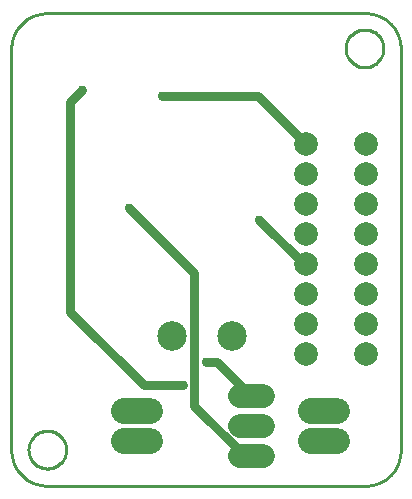
<source format=gbl>
G04 EAGLE Gerber RS-274X export*
G75*
%MOMM*%
%FSLAX34Y34*%
%LPD*%
%INBottom layer*%
%IPPOS*%
%AMOC8*
5,1,8,0,0,1.08239X$1,22.5*%
G01*
%ADD10C,0.000000*%
%ADD11C,0.001000*%
%ADD12C,2.200000*%
%ADD13C,2.000000*%
%ADD14C,2.500000*%
%ADD15C,2.000000*%
%ADD16C,0.756400*%
%ADD17C,0.750000*%
%ADD18C,0.254000*%


D10*
X283050Y370160D02*
X283055Y370553D01*
X283069Y370945D01*
X283093Y371337D01*
X283127Y371728D01*
X283170Y372119D01*
X283223Y372508D01*
X283286Y372895D01*
X283357Y373281D01*
X283439Y373666D01*
X283529Y374048D01*
X283630Y374427D01*
X283739Y374805D01*
X283858Y375179D01*
X283985Y375550D01*
X284122Y375918D01*
X284268Y376283D01*
X284423Y376644D01*
X284586Y377001D01*
X284758Y377354D01*
X284939Y377702D01*
X285129Y378046D01*
X285326Y378386D01*
X285532Y378720D01*
X285746Y379049D01*
X285969Y379373D01*
X286199Y379691D01*
X286436Y380004D01*
X286682Y380310D01*
X286935Y380611D01*
X287195Y380905D01*
X287462Y381193D01*
X287736Y381474D01*
X288017Y381748D01*
X288305Y382015D01*
X288599Y382275D01*
X288900Y382528D01*
X289206Y382774D01*
X289519Y383011D01*
X289837Y383241D01*
X290161Y383464D01*
X290490Y383678D01*
X290824Y383884D01*
X291164Y384081D01*
X291508Y384271D01*
X291856Y384452D01*
X292209Y384624D01*
X292566Y384787D01*
X292927Y384942D01*
X293292Y385088D01*
X293660Y385225D01*
X294031Y385352D01*
X294405Y385471D01*
X294783Y385580D01*
X295162Y385681D01*
X295544Y385771D01*
X295929Y385853D01*
X296315Y385924D01*
X296702Y385987D01*
X297091Y386040D01*
X297482Y386083D01*
X297873Y386117D01*
X298265Y386141D01*
X298657Y386155D01*
X299050Y386160D01*
X299443Y386155D01*
X299835Y386141D01*
X300227Y386117D01*
X300618Y386083D01*
X301009Y386040D01*
X301398Y385987D01*
X301785Y385924D01*
X302171Y385853D01*
X302556Y385771D01*
X302938Y385681D01*
X303317Y385580D01*
X303695Y385471D01*
X304069Y385352D01*
X304440Y385225D01*
X304808Y385088D01*
X305173Y384942D01*
X305534Y384787D01*
X305891Y384624D01*
X306244Y384452D01*
X306592Y384271D01*
X306936Y384081D01*
X307276Y383884D01*
X307610Y383678D01*
X307939Y383464D01*
X308263Y383241D01*
X308581Y383011D01*
X308894Y382774D01*
X309200Y382528D01*
X309501Y382275D01*
X309795Y382015D01*
X310083Y381748D01*
X310364Y381474D01*
X310638Y381193D01*
X310905Y380905D01*
X311165Y380611D01*
X311418Y380310D01*
X311664Y380004D01*
X311901Y379691D01*
X312131Y379373D01*
X312354Y379049D01*
X312568Y378720D01*
X312774Y378386D01*
X312971Y378046D01*
X313161Y377702D01*
X313342Y377354D01*
X313514Y377001D01*
X313677Y376644D01*
X313832Y376283D01*
X313978Y375918D01*
X314115Y375550D01*
X314242Y375179D01*
X314361Y374805D01*
X314470Y374427D01*
X314571Y374048D01*
X314661Y373666D01*
X314743Y373281D01*
X314814Y372895D01*
X314877Y372508D01*
X314930Y372119D01*
X314973Y371728D01*
X315007Y371337D01*
X315031Y370945D01*
X315045Y370553D01*
X315050Y370160D01*
X315045Y369767D01*
X315031Y369375D01*
X315007Y368983D01*
X314973Y368592D01*
X314930Y368201D01*
X314877Y367812D01*
X314814Y367425D01*
X314743Y367039D01*
X314661Y366654D01*
X314571Y366272D01*
X314470Y365893D01*
X314361Y365515D01*
X314242Y365141D01*
X314115Y364770D01*
X313978Y364402D01*
X313832Y364037D01*
X313677Y363676D01*
X313514Y363319D01*
X313342Y362966D01*
X313161Y362618D01*
X312971Y362274D01*
X312774Y361934D01*
X312568Y361600D01*
X312354Y361271D01*
X312131Y360947D01*
X311901Y360629D01*
X311664Y360316D01*
X311418Y360010D01*
X311165Y359709D01*
X310905Y359415D01*
X310638Y359127D01*
X310364Y358846D01*
X310083Y358572D01*
X309795Y358305D01*
X309501Y358045D01*
X309200Y357792D01*
X308894Y357546D01*
X308581Y357309D01*
X308263Y357079D01*
X307939Y356856D01*
X307610Y356642D01*
X307276Y356436D01*
X306936Y356239D01*
X306592Y356049D01*
X306244Y355868D01*
X305891Y355696D01*
X305534Y355533D01*
X305173Y355378D01*
X304808Y355232D01*
X304440Y355095D01*
X304069Y354968D01*
X303695Y354849D01*
X303317Y354740D01*
X302938Y354639D01*
X302556Y354549D01*
X302171Y354467D01*
X301785Y354396D01*
X301398Y354333D01*
X301009Y354280D01*
X300618Y354237D01*
X300227Y354203D01*
X299835Y354179D01*
X299443Y354165D01*
X299050Y354160D01*
X298657Y354165D01*
X298265Y354179D01*
X297873Y354203D01*
X297482Y354237D01*
X297091Y354280D01*
X296702Y354333D01*
X296315Y354396D01*
X295929Y354467D01*
X295544Y354549D01*
X295162Y354639D01*
X294783Y354740D01*
X294405Y354849D01*
X294031Y354968D01*
X293660Y355095D01*
X293292Y355232D01*
X292927Y355378D01*
X292566Y355533D01*
X292209Y355696D01*
X291856Y355868D01*
X291508Y356049D01*
X291164Y356239D01*
X290824Y356436D01*
X290490Y356642D01*
X290161Y356856D01*
X289837Y357079D01*
X289519Y357309D01*
X289206Y357546D01*
X288900Y357792D01*
X288599Y358045D01*
X288305Y358305D01*
X288017Y358572D01*
X287736Y358846D01*
X287462Y359127D01*
X287195Y359415D01*
X286935Y359709D01*
X286682Y360010D01*
X286436Y360316D01*
X286199Y360629D01*
X285969Y360947D01*
X285746Y361271D01*
X285532Y361600D01*
X285326Y361934D01*
X285129Y362274D01*
X284939Y362618D01*
X284758Y362966D01*
X284586Y363319D01*
X284423Y363676D01*
X284268Y364037D01*
X284122Y364402D01*
X283985Y364770D01*
X283858Y365141D01*
X283739Y365515D01*
X283630Y365893D01*
X283529Y366272D01*
X283439Y366654D01*
X283357Y367039D01*
X283286Y367425D01*
X283223Y367812D01*
X283170Y368201D01*
X283127Y368592D01*
X283093Y368983D01*
X283069Y369375D01*
X283055Y369767D01*
X283050Y370160D01*
X14480Y30480D02*
X14485Y30873D01*
X14499Y31265D01*
X14523Y31657D01*
X14557Y32048D01*
X14600Y32439D01*
X14653Y32828D01*
X14716Y33215D01*
X14787Y33601D01*
X14869Y33986D01*
X14959Y34368D01*
X15060Y34747D01*
X15169Y35125D01*
X15288Y35499D01*
X15415Y35870D01*
X15552Y36238D01*
X15698Y36603D01*
X15853Y36964D01*
X16016Y37321D01*
X16188Y37674D01*
X16369Y38022D01*
X16559Y38366D01*
X16756Y38706D01*
X16962Y39040D01*
X17176Y39369D01*
X17399Y39693D01*
X17629Y40011D01*
X17866Y40324D01*
X18112Y40630D01*
X18365Y40931D01*
X18625Y41225D01*
X18892Y41513D01*
X19166Y41794D01*
X19447Y42068D01*
X19735Y42335D01*
X20029Y42595D01*
X20330Y42848D01*
X20636Y43094D01*
X20949Y43331D01*
X21267Y43561D01*
X21591Y43784D01*
X21920Y43998D01*
X22254Y44204D01*
X22594Y44401D01*
X22938Y44591D01*
X23286Y44772D01*
X23639Y44944D01*
X23996Y45107D01*
X24357Y45262D01*
X24722Y45408D01*
X25090Y45545D01*
X25461Y45672D01*
X25835Y45791D01*
X26213Y45900D01*
X26592Y46001D01*
X26974Y46091D01*
X27359Y46173D01*
X27745Y46244D01*
X28132Y46307D01*
X28521Y46360D01*
X28912Y46403D01*
X29303Y46437D01*
X29695Y46461D01*
X30087Y46475D01*
X30480Y46480D01*
X30873Y46475D01*
X31265Y46461D01*
X31657Y46437D01*
X32048Y46403D01*
X32439Y46360D01*
X32828Y46307D01*
X33215Y46244D01*
X33601Y46173D01*
X33986Y46091D01*
X34368Y46001D01*
X34747Y45900D01*
X35125Y45791D01*
X35499Y45672D01*
X35870Y45545D01*
X36238Y45408D01*
X36603Y45262D01*
X36964Y45107D01*
X37321Y44944D01*
X37674Y44772D01*
X38022Y44591D01*
X38366Y44401D01*
X38706Y44204D01*
X39040Y43998D01*
X39369Y43784D01*
X39693Y43561D01*
X40011Y43331D01*
X40324Y43094D01*
X40630Y42848D01*
X40931Y42595D01*
X41225Y42335D01*
X41513Y42068D01*
X41794Y41794D01*
X42068Y41513D01*
X42335Y41225D01*
X42595Y40931D01*
X42848Y40630D01*
X43094Y40324D01*
X43331Y40011D01*
X43561Y39693D01*
X43784Y39369D01*
X43998Y39040D01*
X44204Y38706D01*
X44401Y38366D01*
X44591Y38022D01*
X44772Y37674D01*
X44944Y37321D01*
X45107Y36964D01*
X45262Y36603D01*
X45408Y36238D01*
X45545Y35870D01*
X45672Y35499D01*
X45791Y35125D01*
X45900Y34747D01*
X46001Y34368D01*
X46091Y33986D01*
X46173Y33601D01*
X46244Y33215D01*
X46307Y32828D01*
X46360Y32439D01*
X46403Y32048D01*
X46437Y31657D01*
X46461Y31265D01*
X46475Y30873D01*
X46480Y30480D01*
X46475Y30087D01*
X46461Y29695D01*
X46437Y29303D01*
X46403Y28912D01*
X46360Y28521D01*
X46307Y28132D01*
X46244Y27745D01*
X46173Y27359D01*
X46091Y26974D01*
X46001Y26592D01*
X45900Y26213D01*
X45791Y25835D01*
X45672Y25461D01*
X45545Y25090D01*
X45408Y24722D01*
X45262Y24357D01*
X45107Y23996D01*
X44944Y23639D01*
X44772Y23286D01*
X44591Y22938D01*
X44401Y22594D01*
X44204Y22254D01*
X43998Y21920D01*
X43784Y21591D01*
X43561Y21267D01*
X43331Y20949D01*
X43094Y20636D01*
X42848Y20330D01*
X42595Y20029D01*
X42335Y19735D01*
X42068Y19447D01*
X41794Y19166D01*
X41513Y18892D01*
X41225Y18625D01*
X40931Y18365D01*
X40630Y18112D01*
X40324Y17866D01*
X40011Y17629D01*
X39693Y17399D01*
X39369Y17176D01*
X39040Y16962D01*
X38706Y16756D01*
X38366Y16559D01*
X38022Y16369D01*
X37674Y16188D01*
X37321Y16016D01*
X36964Y15853D01*
X36603Y15698D01*
X36238Y15552D01*
X35870Y15415D01*
X35499Y15288D01*
X35125Y15169D01*
X34747Y15060D01*
X34368Y14959D01*
X33986Y14869D01*
X33601Y14787D01*
X33215Y14716D01*
X32828Y14653D01*
X32439Y14600D01*
X32048Y14557D01*
X31657Y14523D01*
X31265Y14499D01*
X30873Y14485D01*
X30480Y14480D01*
X30087Y14485D01*
X29695Y14499D01*
X29303Y14523D01*
X28912Y14557D01*
X28521Y14600D01*
X28132Y14653D01*
X27745Y14716D01*
X27359Y14787D01*
X26974Y14869D01*
X26592Y14959D01*
X26213Y15060D01*
X25835Y15169D01*
X25461Y15288D01*
X25090Y15415D01*
X24722Y15552D01*
X24357Y15698D01*
X23996Y15853D01*
X23639Y16016D01*
X23286Y16188D01*
X22938Y16369D01*
X22594Y16559D01*
X22254Y16756D01*
X21920Y16962D01*
X21591Y17176D01*
X21267Y17399D01*
X20949Y17629D01*
X20636Y17866D01*
X20330Y18112D01*
X20029Y18365D01*
X19735Y18625D01*
X19447Y18892D01*
X19166Y19166D01*
X18892Y19447D01*
X18625Y19735D01*
X18365Y20029D01*
X18112Y20330D01*
X17866Y20636D01*
X17629Y20949D01*
X17399Y21267D01*
X17176Y21591D01*
X16962Y21920D01*
X16756Y22254D01*
X16559Y22594D01*
X16369Y22938D01*
X16188Y23286D01*
X16016Y23639D01*
X15853Y23996D01*
X15698Y24357D01*
X15552Y24722D01*
X15415Y25090D01*
X15288Y25461D01*
X15169Y25835D01*
X15060Y26213D01*
X14959Y26592D01*
X14869Y26974D01*
X14787Y27359D01*
X14716Y27745D01*
X14653Y28132D01*
X14600Y28521D01*
X14557Y28912D01*
X14523Y29303D01*
X14499Y29695D01*
X14485Y30087D01*
X14480Y30480D01*
D11*
X30000Y0D02*
X300000Y0D01*
X30000Y0D02*
X23954Y610D01*
X18323Y2358D01*
X13227Y5124D01*
X8787Y8787D01*
X5124Y13227D01*
X2358Y18323D01*
X610Y23954D01*
X0Y30000D01*
X0Y370000D01*
X610Y376046D01*
X2358Y381677D01*
X5124Y386773D01*
X8787Y391213D01*
X13227Y394877D01*
X18323Y397643D01*
X23954Y399391D01*
X30000Y400000D01*
X300000Y400000D01*
X306046Y399391D01*
X311677Y397643D01*
X316773Y394877D01*
X321213Y391213D01*
X324877Y386773D01*
X327643Y381677D01*
X329391Y376046D01*
X330000Y370000D01*
X330000Y30000D01*
X329391Y23954D01*
X327643Y18323D01*
X324877Y13227D01*
X321213Y8787D01*
X316773Y5124D01*
X311677Y2358D01*
X306046Y610D01*
X300000Y0D01*
D12*
X117250Y38100D02*
X95250Y38100D01*
X95250Y63500D02*
X117250Y63500D01*
X254000Y38100D02*
X276000Y38100D01*
X276000Y63500D02*
X254000Y63500D01*
D13*
X213200Y76200D02*
X193200Y76200D01*
X193200Y50800D02*
X213200Y50800D01*
X213200Y25400D02*
X193200Y25400D01*
D14*
X135700Y127000D03*
X186500Y127000D03*
D15*
X300400Y288900D03*
X249600Y288900D03*
X300400Y263500D03*
X249600Y263500D03*
X300400Y238100D03*
X249600Y238100D03*
X300400Y212700D03*
X249600Y212700D03*
X300400Y187300D03*
X249600Y187300D03*
X300400Y161900D03*
X249600Y161900D03*
X300400Y136500D03*
X249600Y136500D03*
X300400Y111100D03*
X249600Y111100D03*
D16*
X165000Y105000D03*
D17*
X174400Y105000D01*
X203200Y76200D01*
X111983Y85000D02*
X49841Y147142D01*
X111983Y85000D02*
X145000Y85000D01*
X49841Y324841D02*
X60000Y335000D01*
X49841Y324841D02*
X49841Y147142D01*
D16*
X145000Y85000D03*
X60000Y335000D03*
X127154Y329634D03*
D17*
X208500Y330000D01*
X249600Y288900D01*
X210000Y225000D02*
X245000Y190000D01*
X249600Y187300D01*
D16*
X210000Y225000D03*
D17*
X155000Y180000D02*
X100000Y235000D01*
D16*
X100000Y235000D03*
D17*
X198600Y30000D02*
X203200Y25400D01*
X198600Y30000D02*
X192399Y30000D01*
X155000Y67399D01*
X155000Y180000D01*
D18*
X0Y30000D02*
X610Y23954D01*
X2358Y18323D01*
X5124Y13227D01*
X8787Y8787D01*
X13227Y5124D01*
X18323Y2358D01*
X23954Y610D01*
X30000Y0D01*
X300000Y0D01*
X306046Y610D01*
X311677Y2358D01*
X316773Y5124D01*
X321213Y8787D01*
X324877Y13227D01*
X327643Y18323D01*
X329391Y23954D01*
X330000Y30000D01*
X330000Y370000D01*
X329391Y376046D01*
X327643Y381677D01*
X324877Y386773D01*
X321213Y391213D01*
X316773Y394877D01*
X311677Y397643D01*
X306046Y399391D01*
X300000Y400000D01*
X30000Y400000D01*
X23954Y399391D01*
X18323Y397643D01*
X13227Y394877D01*
X8787Y391213D01*
X5124Y386773D01*
X2358Y381677D01*
X610Y376046D01*
X0Y370000D01*
X0Y30000D01*
X315050Y369636D02*
X314982Y368591D01*
X314845Y367552D01*
X314640Y366525D01*
X314369Y365513D01*
X314033Y364521D01*
X313632Y363553D01*
X313168Y362614D01*
X312645Y361706D01*
X312063Y360835D01*
X311425Y360004D01*
X310734Y359217D01*
X309993Y358476D01*
X309206Y357785D01*
X308375Y357148D01*
X307504Y356566D01*
X306596Y356042D01*
X305657Y355578D01*
X304689Y355177D01*
X303697Y354841D01*
X302685Y354570D01*
X301658Y354365D01*
X300619Y354229D01*
X299574Y354160D01*
X298526Y354160D01*
X297481Y354229D01*
X296442Y354365D01*
X295415Y354570D01*
X294403Y354841D01*
X293411Y355177D01*
X292443Y355578D01*
X291504Y356042D01*
X290596Y356566D01*
X289725Y357148D01*
X288894Y357785D01*
X288107Y358476D01*
X287366Y359217D01*
X286675Y360004D01*
X286038Y360835D01*
X285456Y361706D01*
X284932Y362614D01*
X284468Y363553D01*
X284067Y364521D01*
X283731Y365513D01*
X283460Y366525D01*
X283255Y367552D01*
X283119Y368591D01*
X283050Y369636D01*
X283050Y370684D01*
X283119Y371729D01*
X283255Y372768D01*
X283460Y373795D01*
X283731Y374807D01*
X284067Y375799D01*
X284468Y376767D01*
X284932Y377706D01*
X285456Y378614D01*
X286038Y379485D01*
X286675Y380316D01*
X287366Y381103D01*
X288107Y381844D01*
X288894Y382535D01*
X289725Y383173D01*
X290596Y383755D01*
X291504Y384278D01*
X292443Y384742D01*
X293411Y385143D01*
X294403Y385479D01*
X295415Y385750D01*
X296442Y385955D01*
X297481Y386092D01*
X298526Y386160D01*
X299574Y386160D01*
X300619Y386092D01*
X301658Y385955D01*
X302685Y385750D01*
X303697Y385479D01*
X304689Y385143D01*
X305657Y384742D01*
X306596Y384278D01*
X307504Y383755D01*
X308375Y383173D01*
X309206Y382535D01*
X309993Y381844D01*
X310734Y381103D01*
X311425Y380316D01*
X312063Y379485D01*
X312645Y378614D01*
X313168Y377706D01*
X313632Y376767D01*
X314033Y375799D01*
X314369Y374807D01*
X314640Y373795D01*
X314845Y372768D01*
X314982Y371729D01*
X315050Y370684D01*
X315050Y369636D01*
X46480Y29956D02*
X46412Y28911D01*
X46275Y27872D01*
X46070Y26845D01*
X45799Y25833D01*
X45463Y24841D01*
X45062Y23873D01*
X44598Y22934D01*
X44075Y22026D01*
X43493Y21155D01*
X42855Y20324D01*
X42164Y19537D01*
X41423Y18796D01*
X40636Y18105D01*
X39805Y17468D01*
X38934Y16886D01*
X38026Y16362D01*
X37087Y15898D01*
X36119Y15497D01*
X35127Y15161D01*
X34115Y14890D01*
X33088Y14685D01*
X32049Y14549D01*
X31004Y14480D01*
X29956Y14480D01*
X28911Y14549D01*
X27872Y14685D01*
X26845Y14890D01*
X25833Y15161D01*
X24841Y15497D01*
X23873Y15898D01*
X22934Y16362D01*
X22026Y16886D01*
X21155Y17468D01*
X20324Y18105D01*
X19537Y18796D01*
X18796Y19537D01*
X18105Y20324D01*
X17468Y21155D01*
X16886Y22026D01*
X16362Y22934D01*
X15898Y23873D01*
X15497Y24841D01*
X15161Y25833D01*
X14890Y26845D01*
X14685Y27872D01*
X14549Y28911D01*
X14480Y29956D01*
X14480Y31004D01*
X14549Y32049D01*
X14685Y33088D01*
X14890Y34115D01*
X15161Y35127D01*
X15497Y36119D01*
X15898Y37087D01*
X16362Y38026D01*
X16886Y38934D01*
X17468Y39805D01*
X18105Y40636D01*
X18796Y41423D01*
X19537Y42164D01*
X20324Y42855D01*
X21155Y43493D01*
X22026Y44075D01*
X22934Y44598D01*
X23873Y45062D01*
X24841Y45463D01*
X25833Y45799D01*
X26845Y46070D01*
X27872Y46275D01*
X28911Y46412D01*
X29956Y46480D01*
X31004Y46480D01*
X32049Y46412D01*
X33088Y46275D01*
X34115Y46070D01*
X35127Y45799D01*
X36119Y45463D01*
X37087Y45062D01*
X38026Y44598D01*
X38934Y44075D01*
X39805Y43493D01*
X40636Y42855D01*
X41423Y42164D01*
X42164Y41423D01*
X42855Y40636D01*
X43493Y39805D01*
X44075Y38934D01*
X44598Y38026D01*
X45062Y37087D01*
X45463Y36119D01*
X45799Y35127D01*
X46070Y34115D01*
X46275Y33088D01*
X46412Y32049D01*
X46480Y31004D01*
X46480Y29956D01*
M02*

</source>
